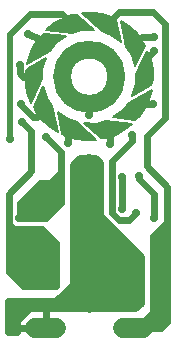
<source format=gbr>
%FSLAX34Y34*%
%MOMM*%
%LNCOPPER_TOP*%
G71*
G01*
%ADD10C, 0.700*%
%ADD11C, 0.600*%
%ADD12C, 1.700*%
%ADD13C, 0.500*%
%ADD14C, 0.150*%
%ADD15R, 0.900X0.900*%
%ADD16C, 1.500*%
%LPD*%
X94000Y-121000D02*
G54D10*
D03*
X149000Y-55000D02*
G54D10*
D03*
G54D11*
X132000Y-62000D02*
X139000Y-55000D01*
X149000Y-55000D01*
X149000Y-67000D02*
G54D10*
D03*
X148000Y-112000D02*
G54D10*
D03*
G54D11*
X132000Y-116000D02*
X136000Y-112000D01*
X148000Y-112000D01*
G54D11*
X94000Y-121000D02*
X94000Y-112000D01*
X112000Y-146000D02*
G54D10*
D03*
X76000Y-145000D02*
G54D10*
D03*
G54D11*
X108000Y-133000D02*
X112000Y-137000D01*
X112000Y-146000D01*
G54D11*
X80000Y-133000D02*
X76000Y-137000D01*
X76000Y-145000D01*
X36000Y-112000D02*
G54D10*
D03*
X35000Y-79000D02*
G54D10*
D03*
X42000Y-53000D02*
G54D10*
D03*
G54D11*
X57000Y-62000D02*
X52000Y-57000D01*
X42000Y-53000D01*
G54D12*
X122500Y-301500D02*
X139500Y-301500D01*
G54D12*
X48500Y-301500D02*
X65500Y-301500D01*
G54D11*
X108000Y-45000D02*
X119000Y-34000D01*
X148000Y-34000D01*
X158000Y-44000D01*
X158000Y-124000D01*
X143000Y-139000D01*
G54D11*
X143000Y-139000D02*
X143000Y-165000D01*
X160000Y-182000D01*
X160000Y-296000D01*
X136000Y-173000D02*
G54D10*
D03*
G54D11*
X136000Y-173000D02*
X136000Y-175700D01*
X148900Y-188600D01*
X148900Y-208900D01*
X149000Y-209000D01*
X148900Y-208900D01*
X149000Y-209000D02*
G54D10*
D03*
X122000Y-201000D02*
G54D10*
D03*
X122000Y-174000D02*
G54D10*
D03*
X130000Y-138000D02*
G54D10*
D03*
G54D11*
X122000Y-174000D02*
X122000Y-201000D01*
G54D11*
X130000Y-140000D02*
X130000Y-143000D01*
X113000Y-160000D01*
X113000Y-204000D01*
X119000Y-210000D01*
X128000Y-210000D01*
X134000Y-204000D01*
X134000Y-204000D02*
G54D10*
D03*
X34500Y-209000D02*
G54D10*
D03*
X57000Y-140000D02*
G54D10*
D03*
G54D11*
X34000Y-209000D02*
X57000Y-209000D01*
X70000Y-196000D01*
X70000Y-153000D01*
X57000Y-140000D01*
G54D13*
X27000Y-55000D02*
X27000Y-142000D01*
X27000Y-142000D02*
G54D10*
D03*
X66000Y-266000D02*
G54D10*
D03*
G54D11*
X66000Y-266000D02*
X66000Y-258000D01*
X26000Y-218000D01*
X26000Y-188000D01*
X45000Y-169000D01*
X45000Y-135000D01*
X37000Y-127000D01*
X37000Y-127000D02*
G54D10*
D03*
X94000Y-158000D02*
G54D10*
D03*
X94000Y-166000D02*
G54D10*
D03*
G54D11*
X94000Y-158000D02*
X94000Y-166000D01*
X94000Y-285500D01*
G54D11*
X80000Y-45000D02*
X71000Y-36000D01*
X44000Y-36000D01*
X27000Y-53000D01*
G36*
X94000Y-158000D02*
X86000Y-158000D01*
X80000Y-164000D01*
X80000Y-265000D01*
X66000Y-279000D01*
X25000Y-279000D01*
X25000Y-306000D01*
X34000Y-306000D01*
X34000Y-296000D01*
X44000Y-286000D01*
X134000Y-286000D01*
X139000Y-281000D01*
X139000Y-242000D01*
X104000Y-207000D01*
X104000Y-162000D01*
X100000Y-158000D01*
X94000Y-158000D01*
G37*
G54D13*
X94000Y-158000D02*
X86000Y-158000D01*
X80000Y-164000D01*
X80000Y-265000D01*
X66000Y-279000D01*
X25000Y-279000D01*
X25000Y-306000D01*
X34000Y-306000D01*
X34000Y-296000D01*
X44000Y-286000D01*
X134000Y-286000D01*
X139000Y-281000D01*
X139000Y-242000D01*
X104000Y-207000D01*
X104000Y-162000D01*
X100000Y-158000D01*
X94000Y-158000D01*
G36*
X70000Y-171000D02*
X69000Y-171000D01*
X61000Y-179000D01*
X52000Y-179000D01*
X35000Y-196000D01*
X35000Y-208500D01*
X34500Y-209000D01*
X57000Y-209000D01*
X70000Y-196000D01*
X70000Y-171000D01*
G37*
G54D11*
X70000Y-171000D02*
X69000Y-171000D01*
X61000Y-179000D01*
X52000Y-179000D01*
X35000Y-196000D01*
X35000Y-208500D01*
X34500Y-209000D01*
X57000Y-209000D01*
X70000Y-196000D01*
X70000Y-171000D01*
G36*
X26000Y-218000D02*
X54000Y-218000D01*
X66000Y-230000D01*
X66000Y-266000D01*
X38000Y-266000D01*
X26000Y-254000D01*
X26000Y-218000D01*
G37*
G54D11*
X26000Y-218000D02*
X54000Y-218000D01*
X66000Y-230000D01*
X66000Y-266000D01*
X38000Y-266000D01*
X26000Y-254000D01*
X26000Y-218000D01*
G54D11*
X26000Y-214000D02*
X31000Y-219000D01*
G36*
X89958Y-128583D02*
X103964Y-141207D01*
X109059Y-141001D01*
X116599Y-138146D01*
X123418Y-134295D01*
X130292Y-128996D01*
X108350Y-126424D01*
X100205Y-128610D01*
X89958Y-128583D01*
G37*
G54D14*
X89958Y-128583D02*
X103964Y-141207D01*
X109059Y-141001D01*
X116599Y-138146D01*
X123418Y-134295D01*
X130292Y-128996D01*
X108350Y-126424D01*
X100205Y-128610D01*
X89958Y-128583D01*
G36*
X67453Y-118644D02*
X71364Y-137089D01*
X75607Y-139918D01*
X83385Y-142039D01*
X91165Y-142932D01*
X99841Y-142686D01*
X83602Y-127707D01*
X75728Y-124688D01*
X67453Y-118644D01*
G37*
G54D14*
X67453Y-118644D02*
X71364Y-137089D01*
X75607Y-139918D01*
X83385Y-142039D01*
X91165Y-142932D01*
X99841Y-142686D01*
X83602Y-127707D01*
X75728Y-124688D01*
X67453Y-118644D01*
G36*
X55125Y-97236D02*
X47448Y-114457D01*
X49217Y-119239D01*
X54263Y-125528D01*
X60033Y-130823D01*
X67196Y-135724D01*
X62863Y-114061D01*
X58266Y-106990D01*
X55125Y-97236D01*
G37*
G54D14*
X55125Y-97236D02*
X47448Y-114457D01*
X49217Y-119239D01*
X54263Y-125528D01*
X60033Y-130823D01*
X67196Y-135724D01*
X62863Y-114061D01*
X58266Y-106990D01*
X55125Y-97236D01*
G36*
X57406Y-73038D02*
X41072Y-82457D01*
X39693Y-87366D01*
X40079Y-95419D01*
X41634Y-103095D01*
X44549Y-111270D01*
X53776Y-91197D01*
X54214Y-82775D01*
X57406Y-73038D01*
G37*
G54D14*
X57406Y-73038D02*
X41072Y-82457D01*
X39693Y-87366D01*
X40079Y-95419D01*
X41634Y-103095D01*
X44549Y-111270D01*
X53776Y-91197D01*
X54214Y-82775D01*
X57406Y-73038D01*
G36*
X74130Y-54616D02*
X55379Y-52636D01*
X51378Y-55797D01*
X46956Y-62538D01*
X43703Y-69662D01*
X41256Y-77989D01*
X60520Y-67174D01*
X65824Y-60618D01*
X74130Y-54616D01*
G37*
G54D14*
X74130Y-54616D02*
X55379Y-52636D01*
X51378Y-55797D01*
X46956Y-62538D01*
X43703Y-69662D01*
X41256Y-77989D01*
X60520Y-67174D01*
X65824Y-60618D01*
X74130Y-54616D01*
G36*
X98057Y-49430D02*
X84051Y-36806D01*
X78956Y-37012D01*
X71416Y-39867D01*
X64597Y-43718D01*
X57723Y-49017D01*
X79664Y-51589D01*
X87810Y-49403D01*
X98057Y-49430D01*
G37*
G54D14*
X98057Y-49430D02*
X84051Y-36806D01*
X78956Y-37012D01*
X71416Y-39867D01*
X64597Y-43718D01*
X57723Y-49017D01*
X79664Y-51589D01*
X87810Y-49403D01*
X98057Y-49430D01*
G36*
X120573Y-59474D02*
X116662Y-41029D01*
X112419Y-38201D01*
X104641Y-36079D01*
X96860Y-35187D01*
X88185Y-35433D01*
X104424Y-50411D01*
X112298Y-53430D01*
X120573Y-59474D01*
G37*
G54D14*
X120573Y-59474D02*
X116662Y-41029D01*
X112419Y-38201D01*
X104641Y-36079D01*
X96860Y-35187D01*
X88185Y-35433D01*
X104424Y-50411D01*
X112298Y-53430D01*
X120573Y-59474D01*
G36*
X133094Y-80266D02*
X140830Y-63172D01*
X139094Y-58672D01*
X134049Y-52383D01*
X128279Y-47088D01*
X121116Y-42187D01*
X125449Y-63850D01*
X130045Y-70921D01*
X133094Y-80266D01*
G37*
G54D14*
X133094Y-80266D02*
X140830Y-63172D01*
X139094Y-58672D01*
X134049Y-52383D01*
X128279Y-47088D01*
X121116Y-42187D01*
X125449Y-63850D01*
X130045Y-70921D01*
X133094Y-80266D01*
G36*
X130373Y-105042D02*
X146706Y-95622D01*
X148086Y-90713D01*
X147700Y-82660D01*
X146144Y-74985D01*
X143230Y-66810D01*
X134002Y-86882D01*
X133565Y-95304D01*
X130373Y-105042D01*
G37*
G54D14*
X130373Y-105042D02*
X146706Y-95622D01*
X148086Y-90713D01*
X147700Y-82660D01*
X146144Y-74985D01*
X143230Y-66810D01*
X134002Y-86882D01*
X133565Y-95304D01*
X130373Y-105042D01*
G36*
X113885Y-123398D02*
X132636Y-125378D01*
X136637Y-122217D01*
X141058Y-115475D01*
X144312Y-108351D01*
X146759Y-100024D01*
X127495Y-110840D01*
X122191Y-117396D01*
X113885Y-123398D01*
G37*
G54D14*
X113885Y-123398D02*
X132636Y-125378D01*
X136637Y-122217D01*
X141058Y-115475D01*
X144312Y-108351D01*
X146759Y-100024D01*
X127495Y-110840D01*
X122191Y-117396D01*
X113885Y-123398D01*
X132000Y-116000D02*
G54D15*
D03*
X141000Y-87000D02*
G54D15*
D03*
X132000Y-61000D02*
G54D15*
D03*
X108000Y-44000D02*
G54D15*
D03*
X79000Y-44000D02*
G54D15*
D03*
X56000Y-62000D02*
G54D15*
D03*
X47000Y-89000D02*
G54D15*
D03*
X57000Y-116000D02*
G54D15*
D03*
X80000Y-133000D02*
G54D15*
D03*
X109000Y-133000D02*
G54D15*
D03*
G54D16*
G75*
G01X117000Y-89000D02*
G03X117000Y-89000I-23000J0D01*
G01*
G54D11*
X36000Y-112000D02*
X36000Y-113000D01*
X46000Y-123000D01*
X50000Y-123000D01*
X57000Y-116000D01*
G54D11*
X47000Y-89000D02*
X38000Y-89000D01*
X35000Y-86000D01*
X35000Y-79000D01*
G54D11*
X57000Y-301500D02*
X27500Y-301500D01*
X27000Y-302000D01*
G54D11*
X57000Y-301500D02*
X57000Y-283000D01*
G36*
X131000Y-301500D02*
X134500Y-301500D01*
X148000Y-288000D01*
X148000Y-224000D01*
X160000Y-212000D01*
X160000Y-297000D01*
X155000Y-302000D01*
X131500Y-302000D01*
X131000Y-301500D01*
G37*
G54D11*
X131000Y-301500D02*
X134500Y-301500D01*
X148000Y-288000D01*
X148000Y-224000D01*
X160000Y-212000D01*
X160000Y-297000D01*
X155000Y-302000D01*
X131500Y-302000D01*
X131000Y-301500D01*
G54D11*
X149000Y-67000D02*
X144000Y-72000D01*
M02*

</source>
